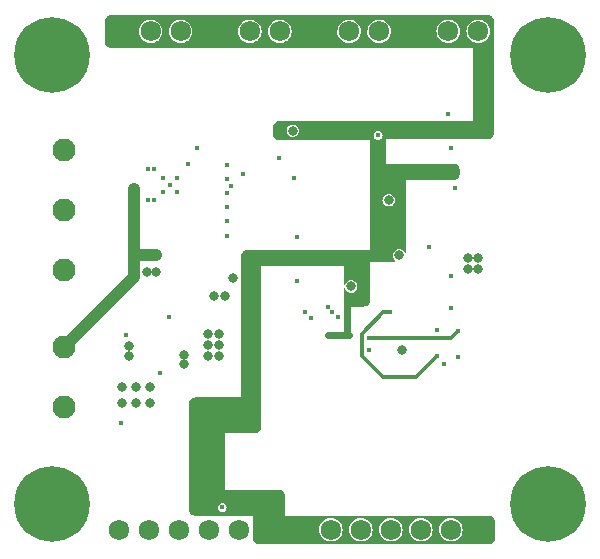
<source format=gbr>
%TF.GenerationSoftware,KiCad,Pcbnew,(6.0.7)*%
%TF.CreationDate,2022-10-13T18:06:46+02:00*%
%TF.ProjectId,TMC6300-dev,544d4336-3330-4302-9d64-65762e6b6963,rev?*%
%TF.SameCoordinates,Original*%
%TF.FileFunction,Copper,L3,Inr*%
%TF.FilePolarity,Positive*%
%FSLAX46Y46*%
G04 Gerber Fmt 4.6, Leading zero omitted, Abs format (unit mm)*
G04 Created by KiCad (PCBNEW (6.0.7)) date 2022-10-13 18:06:46*
%MOMM*%
%LPD*%
G01*
G04 APERTURE LIST*
%TA.AperFunction,ComponentPad*%
%ADD10C,0.800000*%
%TD*%
%TA.AperFunction,ComponentPad*%
%ADD11C,6.400000*%
%TD*%
%TA.AperFunction,ComponentPad*%
%ADD12R,1.725000X1.725000*%
%TD*%
%TA.AperFunction,ComponentPad*%
%ADD13C,1.725000*%
%TD*%
%TA.AperFunction,ComponentPad*%
%ADD14C,1.950000*%
%TD*%
%TA.AperFunction,ViaPad*%
%ADD15C,0.450000*%
%TD*%
%TA.AperFunction,ViaPad*%
%ADD16C,0.800000*%
%TD*%
%TA.AperFunction,Conductor*%
%ADD17C,1.000000*%
%TD*%
%TA.AperFunction,Conductor*%
%ADD18C,0.600000*%
%TD*%
%TA.AperFunction,Conductor*%
%ADD19C,0.300000*%
%TD*%
G04 APERTURE END LIST*
D10*
%TO.N,GND*%
%TO.C,H103*%
X176600000Y-119000000D03*
X179000000Y-121400000D03*
X177302944Y-120697056D03*
X180697056Y-117302944D03*
D11*
X179000000Y-119000000D03*
D10*
X177302944Y-117302944D03*
X179000000Y-116600000D03*
X180697056Y-120697056D03*
X181400000Y-119000000D03*
%TD*%
%TO.N,GND*%
%TO.C,H104*%
X179000000Y-78600000D03*
X177302944Y-82697056D03*
X177302944Y-79302944D03*
D11*
X179000000Y-81000000D03*
D10*
X180697056Y-82697056D03*
X181400000Y-81000000D03*
X176600000Y-81000000D03*
X179000000Y-83400000D03*
X180697056Y-79302944D03*
%TD*%
D12*
%TO.N,VDD*%
%TO.C,J104*%
X142800000Y-79000000D03*
D13*
%TO.N,GND*%
X145340000Y-79000000D03*
%TO.N,Net-(J104-Pad3)*%
X147880000Y-79000000D03*
%TD*%
D12*
%TO.N,VDD*%
%TO.C,J101*%
X168000000Y-79000000D03*
D13*
%TO.N,GND*%
X170540000Y-79000000D03*
%TO.N,Net-(J101-Pad3)*%
X173080000Y-79000000D03*
%TD*%
D14*
%TO.N,VM*%
%TO.C,J107*%
X138000000Y-105760000D03*
%TO.N,GND*%
X138000000Y-110840000D03*
%TD*%
D12*
%TO.N,VDD*%
%TO.C,J106*%
X155400000Y-121200000D03*
D13*
%TO.N,GND*%
X152860000Y-121200000D03*
%TO.N,NRST*%
X150320000Y-121200000D03*
%TO.N,SYS_SWO*%
X147780000Y-121200000D03*
%TO.N,SYS_SWCLK*%
X145240000Y-121200000D03*
%TO.N,SYS_SWDIO*%
X142700000Y-121200000D03*
%TD*%
D14*
%TO.N,BLDC_W*%
%TO.C,J105*%
X138000000Y-99180000D03*
%TO.N,BLDC_V*%
X138000000Y-94100000D03*
%TO.N,BLDC_U*%
X138000000Y-89020000D03*
%TD*%
D12*
%TO.N,VDD*%
%TO.C,J103*%
X151200000Y-79000000D03*
D13*
%TO.N,GND*%
X153740000Y-79000000D03*
%TO.N,Net-(J103-Pad3)*%
X156280000Y-79000000D03*
%TD*%
D11*
%TO.N,GND*%
%TO.C,H102*%
X137000000Y-119000000D03*
D10*
X137000000Y-121400000D03*
X138697056Y-117302944D03*
X135302944Y-120697056D03*
X139400000Y-119000000D03*
X135302944Y-117302944D03*
X138697056Y-120697056D03*
X134600000Y-119000000D03*
X137000000Y-116600000D03*
%TD*%
%TO.N,GND*%
%TO.C,H101*%
X138697056Y-79302944D03*
X135302944Y-79302944D03*
X134600000Y-81000000D03*
X135302944Y-82697056D03*
X139400000Y-81000000D03*
X137000000Y-78600000D03*
X138697056Y-82697056D03*
D11*
X137000000Y-81000000D03*
D10*
X137000000Y-83400000D03*
%TD*%
D12*
%TO.N,VDD*%
%TO.C,J102*%
X159600000Y-79000000D03*
D13*
%TO.N,GND*%
X162140000Y-79000000D03*
%TO.N,Net-(J102-Pad3)*%
X164680000Y-79000000D03*
%TD*%
D12*
%TO.N,VDD*%
%TO.C,J108*%
X173300000Y-121200000D03*
D13*
%TO.N,GND*%
X170760000Y-121200000D03*
%TO.N,PB9*%
X168220000Y-121200000D03*
%TO.N,PB8*%
X165680000Y-121200000D03*
%TO.N,PB5*%
X163140000Y-121200000D03*
%TO.N,PB4*%
X160600000Y-121200000D03*
%TD*%
D15*
%TO.N,GND*%
X147600000Y-92600000D03*
X147600000Y-91400000D03*
D16*
X150200000Y-106450000D03*
D15*
X151800000Y-91500000D03*
D16*
X143550000Y-106450000D03*
X144100000Y-109150000D03*
D15*
X170750000Y-99720000D03*
X170750000Y-102450000D03*
X151800000Y-95100000D03*
D16*
X151150000Y-104650000D03*
X148150000Y-107200000D03*
X173100000Y-99100000D03*
D15*
X160400000Y-102300000D03*
D16*
X162320000Y-100600000D03*
D15*
X170800000Y-88860000D03*
D16*
X148150000Y-106400000D03*
D15*
X148500000Y-90200000D03*
X151400000Y-119300000D03*
D16*
X143550000Y-105650000D03*
X145800000Y-99400000D03*
D15*
X146400000Y-91400000D03*
X151800000Y-92700000D03*
D16*
X172200000Y-99100000D03*
D15*
X171100000Y-92300000D03*
D16*
X172200000Y-98200000D03*
X157380000Y-87420000D03*
D15*
X168900000Y-97300000D03*
X171400000Y-106600000D03*
D16*
X166400000Y-97980000D03*
X151150000Y-105550000D03*
X145300000Y-109150000D03*
X165500000Y-93300000D03*
D15*
X151800000Y-96300000D03*
X142850000Y-112150000D03*
X146400000Y-92600000D03*
D16*
X150200000Y-105550000D03*
D15*
X149300000Y-88900000D03*
D16*
X142900000Y-109150000D03*
D15*
X151800000Y-90300000D03*
D16*
X151150000Y-106450000D03*
X145300000Y-110500000D03*
X152325000Y-99875000D03*
X142900000Y-110500000D03*
X173100000Y-98200000D03*
D15*
X164600000Y-87820000D03*
D16*
X166600000Y-105950000D03*
X144100000Y-110500000D03*
D15*
X147000000Y-92000000D03*
X151800000Y-93900000D03*
X169600000Y-104300000D03*
D16*
X145000000Y-99400000D03*
X150200000Y-104650000D03*
D15*
%TO.N,VM*%
X146150000Y-107900000D03*
D16*
X145000000Y-97900000D03*
X143950000Y-93150000D03*
X145800000Y-97900000D03*
X143950000Y-92350000D03*
D15*
X146900000Y-103200000D03*
%TO.N,BLDC_WL*%
X152150000Y-92100000D03*
X153150000Y-91100000D03*
%TO.N,BLDC_DIAG*%
X157500000Y-91400000D03*
X156200000Y-89700000D03*
D16*
%TO.N,BLDC_CURRENT_SENSE*%
X151600000Y-101400000D03*
D15*
X145600000Y-90700000D03*
X145100000Y-93300000D03*
D16*
X150700000Y-101400000D03*
D15*
X145100000Y-90700000D03*
X170500000Y-86000000D03*
X145600000Y-93300000D03*
%TO.N,VDD*%
X143230000Y-104730000D03*
X160400000Y-104700000D03*
D16*
X151050000Y-110600000D03*
D15*
X151400000Y-118300000D03*
D16*
X153875000Y-99900000D03*
X163280000Y-100600000D03*
X170800000Y-90900000D03*
D15*
X164620000Y-88780000D03*
D16*
X150100000Y-111500000D03*
X150100000Y-110600000D03*
D15*
X162100000Y-104700000D03*
D16*
X151000000Y-112450000D03*
X166400000Y-97020000D03*
X151050000Y-111500000D03*
X150100000Y-112450000D03*
X156420000Y-87420000D03*
X149150000Y-112450000D03*
D15*
%TO.N,NRST*%
X157700000Y-100100000D03*
X157700000Y-96400000D03*
%TO.N,3V3OUT*%
X169600000Y-106500000D03*
X167600000Y-108250000D03*
X165600000Y-108250000D03*
X165600000Y-102800000D03*
%TO.N,VBUS*%
X171400000Y-104400000D03*
X163850000Y-105000000D03*
%TO.N,RXD_LED*%
X163850000Y-106000000D03*
X170150000Y-107200000D03*
%TO.N,PB8*%
X160700000Y-102800000D03*
X158400000Y-102800000D03*
%TO.N,PB9*%
X158900000Y-103300000D03*
X161200000Y-103200000D03*
%TD*%
D17*
%TO.N,VM*%
X143950000Y-99810000D02*
X138000000Y-105760000D01*
X145000000Y-97900000D02*
X144100000Y-97900000D01*
X143950000Y-92350000D02*
X143950000Y-93150000D01*
X144100000Y-97900000D02*
X143950000Y-98050000D01*
X145800000Y-97900000D02*
X145000000Y-97900000D01*
X143950000Y-98050000D02*
X143950000Y-99810000D01*
X143950000Y-93150000D02*
X143950000Y-98050000D01*
D18*
%TO.N,VDD*%
X163280000Y-100810969D02*
X163280000Y-100600000D01*
X162472000Y-101428000D02*
X162662969Y-101428000D01*
X162000000Y-104600000D02*
X162000000Y-101900000D01*
X162662969Y-101428000D02*
X163280000Y-100810969D01*
X160400000Y-104700000D02*
X162100000Y-104700000D01*
X162000000Y-101900000D02*
X162472000Y-101428000D01*
X162100000Y-104700000D02*
X162000000Y-104600000D01*
D19*
%TO.N,3V3OUT*%
X167600000Y-108250000D02*
X167850000Y-108250000D01*
X163200000Y-106450000D02*
X163200000Y-104650000D01*
X165600000Y-108250000D02*
X165000000Y-108250000D01*
X165000000Y-108250000D02*
X163200000Y-106450000D01*
X165050000Y-102800000D02*
X165600000Y-102800000D01*
X167600000Y-108250000D02*
X165600000Y-108250000D01*
X163200000Y-104650000D02*
X165050000Y-102800000D01*
X167850000Y-108250000D02*
X169600000Y-106500000D01*
%TO.N,VBUS*%
X171400000Y-104400000D02*
X170800000Y-105000000D01*
X170800000Y-105000000D02*
X163850000Y-105000000D01*
%TD*%
%TA.AperFunction,Conductor*%
%TO.N,VDD*%
G36*
X151600000Y-117800000D02*
G01*
X156195871Y-117800000D01*
X156204094Y-117800539D01*
X156321188Y-117815955D01*
X156337074Y-117820212D01*
X156442336Y-117863813D01*
X156456579Y-117872036D01*
X156546973Y-117941398D01*
X156558602Y-117953027D01*
X156627964Y-118043421D01*
X156636187Y-118057664D01*
X156679788Y-118162926D01*
X156684045Y-118178812D01*
X156699461Y-118295906D01*
X156700000Y-118304129D01*
X156700000Y-120000000D01*
X173995871Y-120000000D01*
X174004094Y-120000539D01*
X174121188Y-120015955D01*
X174137074Y-120020212D01*
X174242336Y-120063813D01*
X174256579Y-120072036D01*
X174346973Y-120141398D01*
X174358602Y-120153027D01*
X174427964Y-120243421D01*
X174436187Y-120257664D01*
X174479788Y-120362926D01*
X174484045Y-120378812D01*
X174499461Y-120495906D01*
X174500000Y-120504129D01*
X174500000Y-121895871D01*
X174499461Y-121904094D01*
X174484045Y-122021188D01*
X174479788Y-122037074D01*
X174436187Y-122142336D01*
X174427964Y-122156579D01*
X174358602Y-122246973D01*
X174346973Y-122258602D01*
X174256579Y-122327964D01*
X174242336Y-122336187D01*
X174137074Y-122379788D01*
X174121188Y-122384045D01*
X174004094Y-122399461D01*
X173995871Y-122400000D01*
X154504129Y-122400000D01*
X154495906Y-122399461D01*
X154378812Y-122384045D01*
X154362926Y-122379788D01*
X154257664Y-122336187D01*
X154243421Y-122327964D01*
X154153027Y-122258602D01*
X154141398Y-122246973D01*
X154072036Y-122156579D01*
X154063813Y-122142336D01*
X154020212Y-122037074D01*
X154015955Y-122021188D01*
X154000539Y-121904094D01*
X154000000Y-121895871D01*
X154000000Y-121186097D01*
X159604302Y-121186097D01*
X159620564Y-121379760D01*
X159674133Y-121566577D01*
X159762968Y-121739430D01*
X159764880Y-121741842D01*
X159764883Y-121741847D01*
X159788249Y-121771327D01*
X159883685Y-121891737D01*
X160031686Y-122017696D01*
X160075472Y-122042167D01*
X160198644Y-122111006D01*
X160198647Y-122111007D01*
X160201334Y-122112509D01*
X160386168Y-122172565D01*
X160389219Y-122172929D01*
X160389220Y-122172929D01*
X160576090Y-122195213D01*
X160576094Y-122195213D01*
X160579146Y-122195577D01*
X160582214Y-122195341D01*
X160582218Y-122195341D01*
X160769843Y-122180904D01*
X160769847Y-122180903D01*
X160772918Y-122180667D01*
X160775886Y-122179838D01*
X160775888Y-122179838D01*
X160910202Y-122142336D01*
X160960104Y-122128403D01*
X160989687Y-122113460D01*
X161130824Y-122042167D01*
X161133574Y-122040778D01*
X161135997Y-122038885D01*
X161136000Y-122038883D01*
X161210147Y-121980953D01*
X161286720Y-121921127D01*
X161413709Y-121774008D01*
X161509704Y-121605026D01*
X161571049Y-121420617D01*
X161575835Y-121382730D01*
X161595187Y-121229547D01*
X161595187Y-121229544D01*
X161595407Y-121227804D01*
X161595795Y-121200000D01*
X161594432Y-121186097D01*
X162144302Y-121186097D01*
X162160564Y-121379760D01*
X162214133Y-121566577D01*
X162302968Y-121739430D01*
X162304880Y-121741842D01*
X162304883Y-121741847D01*
X162328249Y-121771327D01*
X162423685Y-121891737D01*
X162571686Y-122017696D01*
X162615472Y-122042167D01*
X162738644Y-122111006D01*
X162738647Y-122111007D01*
X162741334Y-122112509D01*
X162926168Y-122172565D01*
X162929219Y-122172929D01*
X162929220Y-122172929D01*
X163116090Y-122195213D01*
X163116094Y-122195213D01*
X163119146Y-122195577D01*
X163122214Y-122195341D01*
X163122218Y-122195341D01*
X163309843Y-122180904D01*
X163309847Y-122180903D01*
X163312918Y-122180667D01*
X163315886Y-122179838D01*
X163315888Y-122179838D01*
X163450202Y-122142336D01*
X163500104Y-122128403D01*
X163529687Y-122113460D01*
X163670824Y-122042167D01*
X163673574Y-122040778D01*
X163675997Y-122038885D01*
X163676000Y-122038883D01*
X163750147Y-121980953D01*
X163826720Y-121921127D01*
X163953709Y-121774008D01*
X164049704Y-121605026D01*
X164111049Y-121420617D01*
X164115835Y-121382730D01*
X164135187Y-121229547D01*
X164135187Y-121229544D01*
X164135407Y-121227804D01*
X164135795Y-121200000D01*
X164134432Y-121186097D01*
X164684302Y-121186097D01*
X164700564Y-121379760D01*
X164754133Y-121566577D01*
X164842968Y-121739430D01*
X164844880Y-121741842D01*
X164844883Y-121741847D01*
X164868249Y-121771327D01*
X164963685Y-121891737D01*
X165111686Y-122017696D01*
X165155472Y-122042167D01*
X165278644Y-122111006D01*
X165278647Y-122111007D01*
X165281334Y-122112509D01*
X165466168Y-122172565D01*
X165469219Y-122172929D01*
X165469220Y-122172929D01*
X165656090Y-122195213D01*
X165656094Y-122195213D01*
X165659146Y-122195577D01*
X165662214Y-122195341D01*
X165662218Y-122195341D01*
X165849843Y-122180904D01*
X165849847Y-122180903D01*
X165852918Y-122180667D01*
X165855886Y-122179838D01*
X165855888Y-122179838D01*
X165990202Y-122142336D01*
X166040104Y-122128403D01*
X166069687Y-122113460D01*
X166210824Y-122042167D01*
X166213574Y-122040778D01*
X166215997Y-122038885D01*
X166216000Y-122038883D01*
X166290147Y-121980953D01*
X166366720Y-121921127D01*
X166493709Y-121774008D01*
X166589704Y-121605026D01*
X166651049Y-121420617D01*
X166655835Y-121382730D01*
X166675187Y-121229547D01*
X166675187Y-121229544D01*
X166675407Y-121227804D01*
X166675795Y-121200000D01*
X166674432Y-121186097D01*
X167224302Y-121186097D01*
X167240564Y-121379760D01*
X167294133Y-121566577D01*
X167382968Y-121739430D01*
X167384880Y-121741842D01*
X167384883Y-121741847D01*
X167408249Y-121771327D01*
X167503685Y-121891737D01*
X167651686Y-122017696D01*
X167695472Y-122042167D01*
X167818644Y-122111006D01*
X167818647Y-122111007D01*
X167821334Y-122112509D01*
X168006168Y-122172565D01*
X168009219Y-122172929D01*
X168009220Y-122172929D01*
X168196090Y-122195213D01*
X168196094Y-122195213D01*
X168199146Y-122195577D01*
X168202214Y-122195341D01*
X168202218Y-122195341D01*
X168389843Y-122180904D01*
X168389847Y-122180903D01*
X168392918Y-122180667D01*
X168395886Y-122179838D01*
X168395888Y-122179838D01*
X168530202Y-122142336D01*
X168580104Y-122128403D01*
X168609687Y-122113460D01*
X168750824Y-122042167D01*
X168753574Y-122040778D01*
X168755997Y-122038885D01*
X168756000Y-122038883D01*
X168830147Y-121980953D01*
X168906720Y-121921127D01*
X169033709Y-121774008D01*
X169129704Y-121605026D01*
X169191049Y-121420617D01*
X169195835Y-121382730D01*
X169215187Y-121229547D01*
X169215187Y-121229544D01*
X169215407Y-121227804D01*
X169215795Y-121200000D01*
X169214432Y-121186097D01*
X169764302Y-121186097D01*
X169780564Y-121379760D01*
X169834133Y-121566577D01*
X169922968Y-121739430D01*
X169924880Y-121741842D01*
X169924883Y-121741847D01*
X169948249Y-121771327D01*
X170043685Y-121891737D01*
X170191686Y-122017696D01*
X170235472Y-122042167D01*
X170358644Y-122111006D01*
X170358647Y-122111007D01*
X170361334Y-122112509D01*
X170546168Y-122172565D01*
X170549219Y-122172929D01*
X170549220Y-122172929D01*
X170736090Y-122195213D01*
X170736094Y-122195213D01*
X170739146Y-122195577D01*
X170742214Y-122195341D01*
X170742218Y-122195341D01*
X170929843Y-122180904D01*
X170929847Y-122180903D01*
X170932918Y-122180667D01*
X170935886Y-122179838D01*
X170935888Y-122179838D01*
X171070202Y-122142336D01*
X171120104Y-122128403D01*
X171149687Y-122113460D01*
X171290824Y-122042167D01*
X171293574Y-122040778D01*
X171295997Y-122038885D01*
X171296000Y-122038883D01*
X171370147Y-121980953D01*
X171446720Y-121921127D01*
X171573709Y-121774008D01*
X171669704Y-121605026D01*
X171731049Y-121420617D01*
X171735835Y-121382730D01*
X171755187Y-121229547D01*
X171755187Y-121229544D01*
X171755407Y-121227804D01*
X171755795Y-121200000D01*
X171736830Y-121006582D01*
X171680658Y-120820532D01*
X171589419Y-120648935D01*
X171466587Y-120498329D01*
X171463658Y-120495906D01*
X171319219Y-120376416D01*
X171319217Y-120376415D01*
X171316841Y-120374449D01*
X171145886Y-120282013D01*
X171142944Y-120281102D01*
X171142941Y-120281101D01*
X170963178Y-120225456D01*
X170963179Y-120225456D01*
X170960232Y-120224544D01*
X170957167Y-120224222D01*
X170957163Y-120224221D01*
X170770010Y-120204550D01*
X170770006Y-120204550D01*
X170766952Y-120204229D01*
X170626110Y-120217047D01*
X170576471Y-120221564D01*
X170576469Y-120221564D01*
X170573407Y-120221843D01*
X170502888Y-120242598D01*
X170389924Y-120275845D01*
X170389921Y-120275846D01*
X170386969Y-120276715D01*
X170384239Y-120278142D01*
X170384237Y-120278143D01*
X170307963Y-120318018D01*
X170214739Y-120366754D01*
X170063279Y-120488532D01*
X170061302Y-120490888D01*
X170050192Y-120504129D01*
X169938356Y-120637409D01*
X169936871Y-120640110D01*
X169936869Y-120640113D01*
X169930524Y-120651655D01*
X169844730Y-120807715D01*
X169785966Y-120992963D01*
X169764302Y-121186097D01*
X169214432Y-121186097D01*
X169196830Y-121006582D01*
X169140658Y-120820532D01*
X169049419Y-120648935D01*
X168926587Y-120498329D01*
X168923658Y-120495906D01*
X168779219Y-120376416D01*
X168779217Y-120376415D01*
X168776841Y-120374449D01*
X168605886Y-120282013D01*
X168602944Y-120281102D01*
X168602941Y-120281101D01*
X168423178Y-120225456D01*
X168423179Y-120225456D01*
X168420232Y-120224544D01*
X168417167Y-120224222D01*
X168417163Y-120224221D01*
X168230010Y-120204550D01*
X168230006Y-120204550D01*
X168226952Y-120204229D01*
X168086110Y-120217047D01*
X168036471Y-120221564D01*
X168036469Y-120221564D01*
X168033407Y-120221843D01*
X167962888Y-120242598D01*
X167849924Y-120275845D01*
X167849921Y-120275846D01*
X167846969Y-120276715D01*
X167844239Y-120278142D01*
X167844237Y-120278143D01*
X167767963Y-120318018D01*
X167674739Y-120366754D01*
X167523279Y-120488532D01*
X167521302Y-120490888D01*
X167510192Y-120504129D01*
X167398356Y-120637409D01*
X167396871Y-120640110D01*
X167396869Y-120640113D01*
X167390524Y-120651655D01*
X167304730Y-120807715D01*
X167245966Y-120992963D01*
X167224302Y-121186097D01*
X166674432Y-121186097D01*
X166656830Y-121006582D01*
X166600658Y-120820532D01*
X166509419Y-120648935D01*
X166386587Y-120498329D01*
X166383658Y-120495906D01*
X166239219Y-120376416D01*
X166239217Y-120376415D01*
X166236841Y-120374449D01*
X166065886Y-120282013D01*
X166062944Y-120281102D01*
X166062941Y-120281101D01*
X165883178Y-120225456D01*
X165883179Y-120225456D01*
X165880232Y-120224544D01*
X165877167Y-120224222D01*
X165877163Y-120224221D01*
X165690010Y-120204550D01*
X165690006Y-120204550D01*
X165686952Y-120204229D01*
X165546110Y-120217047D01*
X165496471Y-120221564D01*
X165496469Y-120221564D01*
X165493407Y-120221843D01*
X165422888Y-120242598D01*
X165309924Y-120275845D01*
X165309921Y-120275846D01*
X165306969Y-120276715D01*
X165304239Y-120278142D01*
X165304237Y-120278143D01*
X165227963Y-120318018D01*
X165134739Y-120366754D01*
X164983279Y-120488532D01*
X164981302Y-120490888D01*
X164970192Y-120504129D01*
X164858356Y-120637409D01*
X164856871Y-120640110D01*
X164856869Y-120640113D01*
X164850524Y-120651655D01*
X164764730Y-120807715D01*
X164705966Y-120992963D01*
X164684302Y-121186097D01*
X164134432Y-121186097D01*
X164116830Y-121006582D01*
X164060658Y-120820532D01*
X163969419Y-120648935D01*
X163846587Y-120498329D01*
X163843658Y-120495906D01*
X163699219Y-120376416D01*
X163699217Y-120376415D01*
X163696841Y-120374449D01*
X163525886Y-120282013D01*
X163522944Y-120281102D01*
X163522941Y-120281101D01*
X163343178Y-120225456D01*
X163343179Y-120225456D01*
X163340232Y-120224544D01*
X163337167Y-120224222D01*
X163337163Y-120224221D01*
X163150010Y-120204550D01*
X163150006Y-120204550D01*
X163146952Y-120204229D01*
X163006110Y-120217047D01*
X162956471Y-120221564D01*
X162956469Y-120221564D01*
X162953407Y-120221843D01*
X162882888Y-120242598D01*
X162769924Y-120275845D01*
X162769921Y-120275846D01*
X162766969Y-120276715D01*
X162764239Y-120278142D01*
X162764237Y-120278143D01*
X162687963Y-120318018D01*
X162594739Y-120366754D01*
X162443279Y-120488532D01*
X162441302Y-120490888D01*
X162430192Y-120504129D01*
X162318356Y-120637409D01*
X162316871Y-120640110D01*
X162316869Y-120640113D01*
X162310524Y-120651655D01*
X162224730Y-120807715D01*
X162165966Y-120992963D01*
X162144302Y-121186097D01*
X161594432Y-121186097D01*
X161576830Y-121006582D01*
X161520658Y-120820532D01*
X161429419Y-120648935D01*
X161306587Y-120498329D01*
X161303658Y-120495906D01*
X161159219Y-120376416D01*
X161159217Y-120376415D01*
X161156841Y-120374449D01*
X160985886Y-120282013D01*
X160982944Y-120281102D01*
X160982941Y-120281101D01*
X160803178Y-120225456D01*
X160803179Y-120225456D01*
X160800232Y-120224544D01*
X160797167Y-120224222D01*
X160797163Y-120224221D01*
X160610010Y-120204550D01*
X160610006Y-120204550D01*
X160606952Y-120204229D01*
X160466110Y-120217047D01*
X160416471Y-120221564D01*
X160416469Y-120221564D01*
X160413407Y-120221843D01*
X160342888Y-120242598D01*
X160229924Y-120275845D01*
X160229921Y-120275846D01*
X160226969Y-120276715D01*
X160224239Y-120278142D01*
X160224237Y-120278143D01*
X160147963Y-120318018D01*
X160054739Y-120366754D01*
X159903279Y-120488532D01*
X159901302Y-120490888D01*
X159890192Y-120504129D01*
X159778356Y-120637409D01*
X159776871Y-120640110D01*
X159776869Y-120640113D01*
X159770524Y-120651655D01*
X159684730Y-120807715D01*
X159625966Y-120992963D01*
X159604302Y-121186097D01*
X154000000Y-121186097D01*
X154000000Y-120000000D01*
X149104129Y-120000000D01*
X149095906Y-119999461D01*
X148978812Y-119984045D01*
X148962926Y-119979788D01*
X148857664Y-119936187D01*
X148843421Y-119927964D01*
X148753027Y-119858602D01*
X148741398Y-119846973D01*
X148672036Y-119756579D01*
X148663813Y-119742336D01*
X148620212Y-119637074D01*
X148615955Y-119621188D01*
X148600539Y-119504094D01*
X148600000Y-119495871D01*
X148600000Y-119300000D01*
X151024882Y-119300000D01*
X151043242Y-119415918D01*
X151096523Y-119520489D01*
X151179511Y-119603477D01*
X151284082Y-119656758D01*
X151400000Y-119675118D01*
X151515918Y-119656758D01*
X151620489Y-119603477D01*
X151703477Y-119520489D01*
X151756758Y-119415918D01*
X151775118Y-119300000D01*
X151756758Y-119184082D01*
X151703477Y-119079511D01*
X151620489Y-118996523D01*
X151515918Y-118943242D01*
X151400000Y-118924882D01*
X151284082Y-118943242D01*
X151179511Y-118996523D01*
X151096523Y-119079511D01*
X151043242Y-119184082D01*
X151024882Y-119300000D01*
X148600000Y-119300000D01*
X148600000Y-110504129D01*
X148600539Y-110495906D01*
X148615955Y-110378812D01*
X148620212Y-110362926D01*
X148663813Y-110257664D01*
X148672036Y-110243421D01*
X148741398Y-110153027D01*
X148753027Y-110141398D01*
X148843421Y-110072036D01*
X148857664Y-110063813D01*
X148962926Y-110020212D01*
X148978812Y-110015955D01*
X149095906Y-110000539D01*
X149104129Y-110000000D01*
X151600000Y-110000000D01*
X151600000Y-117800000D01*
G37*
%TD.AperFunction*%
%TD*%
%TA.AperFunction,Conductor*%
%TO.N,VDD*%
G36*
X165300000Y-90200000D02*
G01*
X170995871Y-90200000D01*
X171004094Y-90200539D01*
X171121188Y-90215955D01*
X171137074Y-90220212D01*
X171242336Y-90263813D01*
X171256579Y-90272036D01*
X171346973Y-90341398D01*
X171358602Y-90353027D01*
X171427964Y-90443421D01*
X171436187Y-90457664D01*
X171479788Y-90562926D01*
X171484045Y-90578812D01*
X171499461Y-90695906D01*
X171500000Y-90704129D01*
X171500000Y-91095871D01*
X171499461Y-91104094D01*
X171484045Y-91221188D01*
X171479788Y-91237074D01*
X171436187Y-91342336D01*
X171427964Y-91356579D01*
X171358602Y-91446973D01*
X171346973Y-91458602D01*
X171256579Y-91527964D01*
X171242336Y-91536187D01*
X171137074Y-91579788D01*
X171121188Y-91584045D01*
X171004094Y-91599461D01*
X170995871Y-91600000D01*
X167000000Y-91600000D01*
X167000000Y-97730768D01*
X166981548Y-97775316D01*
X166937000Y-97793768D01*
X166892452Y-97775316D01*
X166878795Y-97754877D01*
X166863222Y-97717280D01*
X166861644Y-97713470D01*
X166806341Y-97641398D01*
X166779446Y-97606349D01*
X166776930Y-97603070D01*
X166666530Y-97518356D01*
X166537966Y-97465104D01*
X166533874Y-97464565D01*
X166533873Y-97464565D01*
X166404094Y-97447479D01*
X166400000Y-97446940D01*
X166395906Y-97447479D01*
X166266127Y-97464565D01*
X166266126Y-97464565D01*
X166262034Y-97465104D01*
X166133470Y-97518356D01*
X166023070Y-97603070D01*
X166020554Y-97606349D01*
X165993660Y-97641398D01*
X165938356Y-97713470D01*
X165885104Y-97842034D01*
X165866940Y-97980000D01*
X165885104Y-98117966D01*
X165938356Y-98246530D01*
X166023070Y-98356930D01*
X166026349Y-98359446D01*
X166062282Y-98387019D01*
X166086391Y-98428777D01*
X166073911Y-98475352D01*
X166032153Y-98499461D01*
X166023930Y-98500000D01*
X163900000Y-98500000D01*
X163900000Y-101795871D01*
X163899461Y-101804094D01*
X163884045Y-101921188D01*
X163879788Y-101937074D01*
X163836187Y-102042336D01*
X163827964Y-102056579D01*
X163758602Y-102146973D01*
X163746973Y-102158602D01*
X163656579Y-102227964D01*
X163642336Y-102236187D01*
X163537074Y-102279788D01*
X163521188Y-102284045D01*
X163404094Y-102299461D01*
X163395871Y-102300000D01*
X162204129Y-102300000D01*
X162195906Y-102299461D01*
X162078812Y-102284045D01*
X162062926Y-102279788D01*
X161957664Y-102236187D01*
X161943421Y-102227964D01*
X161853027Y-102158602D01*
X161841398Y-102146973D01*
X161772036Y-102056579D01*
X161763813Y-102042336D01*
X161720212Y-101937074D01*
X161715955Y-101921188D01*
X161700539Y-101804094D01*
X161700000Y-101795871D01*
X161700000Y-100800947D01*
X161718452Y-100756399D01*
X161763000Y-100737947D01*
X161807548Y-100756399D01*
X161821205Y-100776838D01*
X161858356Y-100866530D01*
X161860867Y-100869803D01*
X161860868Y-100869804D01*
X161913471Y-100938356D01*
X161943070Y-100976930D01*
X162053470Y-101061644D01*
X162182034Y-101114896D01*
X162186126Y-101115435D01*
X162186127Y-101115435D01*
X162315906Y-101132521D01*
X162320000Y-101133060D01*
X162324094Y-101132521D01*
X162453873Y-101115435D01*
X162453874Y-101115435D01*
X162457966Y-101114896D01*
X162586530Y-101061644D01*
X162696930Y-100976930D01*
X162726529Y-100938356D01*
X162779132Y-100869804D01*
X162779133Y-100869803D01*
X162781644Y-100866530D01*
X162834896Y-100737966D01*
X162853060Y-100600000D01*
X162834896Y-100462034D01*
X162781644Y-100333470D01*
X162696930Y-100223070D01*
X162665343Y-100198832D01*
X162589804Y-100140868D01*
X162589803Y-100140867D01*
X162586530Y-100138356D01*
X162457966Y-100085104D01*
X162453874Y-100084565D01*
X162453873Y-100084565D01*
X162324094Y-100067479D01*
X162320000Y-100066940D01*
X162315906Y-100067479D01*
X162186127Y-100084565D01*
X162186126Y-100084565D01*
X162182034Y-100085104D01*
X162053470Y-100138356D01*
X162050197Y-100140867D01*
X162050196Y-100140868D01*
X161974657Y-100198832D01*
X161943070Y-100223070D01*
X161858356Y-100333470D01*
X161856778Y-100337280D01*
X161821205Y-100423162D01*
X161787109Y-100457257D01*
X161738891Y-100457258D01*
X161704796Y-100423162D01*
X161700000Y-100399053D01*
X161700000Y-98900000D01*
X154700000Y-98900000D01*
X154700000Y-112495871D01*
X154699461Y-112504094D01*
X154684045Y-112621188D01*
X154679788Y-112637074D01*
X154636187Y-112742336D01*
X154627964Y-112756579D01*
X154558602Y-112846973D01*
X154546973Y-112858602D01*
X154456579Y-112927964D01*
X154442336Y-112936187D01*
X154337074Y-112979788D01*
X154321188Y-112984045D01*
X154204094Y-112999461D01*
X154195871Y-113000000D01*
X151600000Y-113000000D01*
X151600000Y-110000000D01*
X153000000Y-110000000D01*
X153000000Y-98004129D01*
X153000539Y-97995906D01*
X153015955Y-97878812D01*
X153020212Y-97862926D01*
X153063813Y-97757664D01*
X153072036Y-97743421D01*
X153141398Y-97653027D01*
X153153027Y-97641398D01*
X153243421Y-97572036D01*
X153257664Y-97563813D01*
X153362926Y-97520212D01*
X153378812Y-97515955D01*
X153495906Y-97500539D01*
X153504129Y-97500000D01*
X163900000Y-97500000D01*
X163900000Y-93300000D01*
X164966940Y-93300000D01*
X164985104Y-93437966D01*
X165038356Y-93566530D01*
X165123070Y-93676930D01*
X165233470Y-93761644D01*
X165362034Y-93814896D01*
X165366126Y-93815435D01*
X165366127Y-93815435D01*
X165495906Y-93832521D01*
X165500000Y-93833060D01*
X165504094Y-93832521D01*
X165633873Y-93815435D01*
X165633874Y-93815435D01*
X165637966Y-93814896D01*
X165766530Y-93761644D01*
X165876930Y-93676930D01*
X165961644Y-93566530D01*
X166014896Y-93437966D01*
X166033060Y-93300000D01*
X166014896Y-93162034D01*
X165961644Y-93033470D01*
X165876930Y-92923070D01*
X165766530Y-92838356D01*
X165637966Y-92785104D01*
X165633874Y-92784565D01*
X165633873Y-92784565D01*
X165504094Y-92767479D01*
X165500000Y-92766940D01*
X165495906Y-92767479D01*
X165366127Y-92784565D01*
X165366126Y-92784565D01*
X165362034Y-92785104D01*
X165233470Y-92838356D01*
X165123070Y-92923070D01*
X165038356Y-93033470D01*
X164985104Y-93162034D01*
X164966940Y-93300000D01*
X163900000Y-93300000D01*
X163900000Y-88200000D01*
X156204129Y-88200000D01*
X156195906Y-88199461D01*
X156078812Y-88184045D01*
X156062926Y-88179788D01*
X155957664Y-88136187D01*
X155943421Y-88127964D01*
X155853027Y-88058602D01*
X155841398Y-88046973D01*
X155772036Y-87956579D01*
X155763813Y-87942336D01*
X155720212Y-87837074D01*
X155715955Y-87821188D01*
X155700539Y-87704094D01*
X155700000Y-87695871D01*
X155700000Y-87420000D01*
X156846940Y-87420000D01*
X156865104Y-87557966D01*
X156918356Y-87686530D01*
X156920867Y-87689803D01*
X156920868Y-87689804D01*
X156935581Y-87708978D01*
X157003070Y-87796930D01*
X157113470Y-87881644D01*
X157242034Y-87934896D01*
X157246126Y-87935435D01*
X157246127Y-87935435D01*
X157375906Y-87952521D01*
X157380000Y-87953060D01*
X157384094Y-87952521D01*
X157513873Y-87935435D01*
X157513874Y-87935435D01*
X157517966Y-87934896D01*
X157646530Y-87881644D01*
X157726865Y-87820000D01*
X164224882Y-87820000D01*
X164243242Y-87935918D01*
X164296523Y-88040489D01*
X164379511Y-88123477D01*
X164484082Y-88176758D01*
X164600000Y-88195118D01*
X164715918Y-88176758D01*
X164820489Y-88123477D01*
X164903477Y-88040489D01*
X164956758Y-87935918D01*
X164975118Y-87820000D01*
X164956758Y-87704082D01*
X164903477Y-87599511D01*
X164820489Y-87516523D01*
X164715918Y-87463242D01*
X164600000Y-87444882D01*
X164484082Y-87463242D01*
X164379511Y-87516523D01*
X164296523Y-87599511D01*
X164243242Y-87704082D01*
X164224882Y-87820000D01*
X157726865Y-87820000D01*
X157756930Y-87796930D01*
X157824419Y-87708978D01*
X157839132Y-87689804D01*
X157839133Y-87689803D01*
X157841644Y-87686530D01*
X157894896Y-87557966D01*
X157913060Y-87420000D01*
X157894896Y-87282034D01*
X157841644Y-87153470D01*
X157756930Y-87043070D01*
X157725343Y-87018832D01*
X157649804Y-86960868D01*
X157649803Y-86960867D01*
X157646530Y-86958356D01*
X157517966Y-86905104D01*
X157513874Y-86904565D01*
X157513873Y-86904565D01*
X157384094Y-86887479D01*
X157380000Y-86886940D01*
X157375906Y-86887479D01*
X157246127Y-86904565D01*
X157246126Y-86904565D01*
X157242034Y-86905104D01*
X157113470Y-86958356D01*
X157110197Y-86960867D01*
X157110196Y-86960868D01*
X157034657Y-87018832D01*
X157003070Y-87043070D01*
X156918356Y-87153470D01*
X156865104Y-87282034D01*
X156846940Y-87420000D01*
X155700000Y-87420000D01*
X155700000Y-87104129D01*
X155700539Y-87095906D01*
X155715955Y-86978812D01*
X155720212Y-86962926D01*
X155763813Y-86857664D01*
X155772036Y-86843421D01*
X155841398Y-86753027D01*
X155853027Y-86741398D01*
X155943421Y-86672036D01*
X155957664Y-86663813D01*
X156062926Y-86620212D01*
X156078812Y-86615955D01*
X156195906Y-86600539D01*
X156204129Y-86600000D01*
X165300000Y-86600000D01*
X165300000Y-90200000D01*
G37*
%TD.AperFunction*%
%TD*%
%TA.AperFunction,Conductor*%
%TO.N,VDD*%
G36*
X173904094Y-77600539D02*
G01*
X174021188Y-77615955D01*
X174037074Y-77620212D01*
X174142336Y-77663813D01*
X174156579Y-77672036D01*
X174246973Y-77741398D01*
X174258602Y-77753027D01*
X174327964Y-77843421D01*
X174336187Y-77857664D01*
X174379788Y-77962926D01*
X174384045Y-77978812D01*
X174399461Y-78095906D01*
X174400000Y-78104129D01*
X174400000Y-87595871D01*
X174399461Y-87604094D01*
X174384045Y-87721188D01*
X174379788Y-87737074D01*
X174336187Y-87842336D01*
X174327964Y-87856579D01*
X174258602Y-87946973D01*
X174246973Y-87958602D01*
X174156579Y-88027964D01*
X174142336Y-88036187D01*
X174037074Y-88079788D01*
X174021188Y-88084045D01*
X173904094Y-88099461D01*
X173895871Y-88100000D01*
X165300000Y-88100000D01*
X165300000Y-86600000D01*
X172600000Y-86600000D01*
X172600000Y-80400000D01*
X142004129Y-80400000D01*
X141995906Y-80399461D01*
X141878812Y-80384045D01*
X141862926Y-80379788D01*
X141757664Y-80336187D01*
X141743421Y-80327964D01*
X141653027Y-80258602D01*
X141641398Y-80246973D01*
X141572036Y-80156579D01*
X141563813Y-80142336D01*
X141520212Y-80037074D01*
X141515955Y-80021188D01*
X141500539Y-79904094D01*
X141500000Y-79895871D01*
X141500000Y-78986097D01*
X144344302Y-78986097D01*
X144360564Y-79179760D01*
X144414133Y-79366577D01*
X144502968Y-79539430D01*
X144504880Y-79541842D01*
X144504883Y-79541847D01*
X144528249Y-79571327D01*
X144623685Y-79691737D01*
X144771686Y-79817696D01*
X144815472Y-79842167D01*
X144938644Y-79911006D01*
X144938647Y-79911007D01*
X144941334Y-79912509D01*
X145126168Y-79972565D01*
X145129219Y-79972929D01*
X145129220Y-79972929D01*
X145316090Y-79995213D01*
X145316094Y-79995213D01*
X145319146Y-79995577D01*
X145322214Y-79995341D01*
X145322218Y-79995341D01*
X145509843Y-79980904D01*
X145509847Y-79980903D01*
X145512918Y-79980667D01*
X145515886Y-79979838D01*
X145515888Y-79979838D01*
X145606511Y-79954535D01*
X145700104Y-79928403D01*
X145729687Y-79913460D01*
X145870824Y-79842167D01*
X145873574Y-79840778D01*
X145875997Y-79838885D01*
X145876000Y-79838883D01*
X145950147Y-79780952D01*
X146026720Y-79721127D01*
X146153709Y-79574008D01*
X146249704Y-79405026D01*
X146311049Y-79220617D01*
X146315835Y-79182730D01*
X146335187Y-79029547D01*
X146335187Y-79029544D01*
X146335407Y-79027804D01*
X146335795Y-79000000D01*
X146334432Y-78986097D01*
X146884302Y-78986097D01*
X146900564Y-79179760D01*
X146954133Y-79366577D01*
X147042968Y-79539430D01*
X147044880Y-79541842D01*
X147044883Y-79541847D01*
X147068249Y-79571327D01*
X147163685Y-79691737D01*
X147311686Y-79817696D01*
X147355472Y-79842167D01*
X147478644Y-79911006D01*
X147478647Y-79911007D01*
X147481334Y-79912509D01*
X147666168Y-79972565D01*
X147669219Y-79972929D01*
X147669220Y-79972929D01*
X147856090Y-79995213D01*
X147856094Y-79995213D01*
X147859146Y-79995577D01*
X147862214Y-79995341D01*
X147862218Y-79995341D01*
X148049843Y-79980904D01*
X148049847Y-79980903D01*
X148052918Y-79980667D01*
X148055886Y-79979838D01*
X148055888Y-79979838D01*
X148146511Y-79954535D01*
X148240104Y-79928403D01*
X148269687Y-79913460D01*
X148410824Y-79842167D01*
X148413574Y-79840778D01*
X148415997Y-79838885D01*
X148416000Y-79838883D01*
X148490147Y-79780952D01*
X148566720Y-79721127D01*
X148693709Y-79574008D01*
X148789704Y-79405026D01*
X148851049Y-79220617D01*
X148855835Y-79182730D01*
X148875187Y-79029547D01*
X148875187Y-79029544D01*
X148875407Y-79027804D01*
X148875795Y-79000000D01*
X148874432Y-78986097D01*
X152744302Y-78986097D01*
X152760564Y-79179760D01*
X152814133Y-79366577D01*
X152902968Y-79539430D01*
X152904880Y-79541842D01*
X152904883Y-79541847D01*
X152928249Y-79571327D01*
X153023685Y-79691737D01*
X153171686Y-79817696D01*
X153215472Y-79842167D01*
X153338644Y-79911006D01*
X153338647Y-79911007D01*
X153341334Y-79912509D01*
X153526168Y-79972565D01*
X153529219Y-79972929D01*
X153529220Y-79972929D01*
X153716090Y-79995213D01*
X153716094Y-79995213D01*
X153719146Y-79995577D01*
X153722214Y-79995341D01*
X153722218Y-79995341D01*
X153909843Y-79980904D01*
X153909847Y-79980903D01*
X153912918Y-79980667D01*
X153915886Y-79979838D01*
X153915888Y-79979838D01*
X154006511Y-79954535D01*
X154100104Y-79928403D01*
X154129687Y-79913460D01*
X154270824Y-79842167D01*
X154273574Y-79840778D01*
X154275997Y-79838885D01*
X154276000Y-79838883D01*
X154350147Y-79780952D01*
X154426720Y-79721127D01*
X154553709Y-79574008D01*
X154649704Y-79405026D01*
X154711049Y-79220617D01*
X154715835Y-79182730D01*
X154735187Y-79029547D01*
X154735187Y-79029544D01*
X154735407Y-79027804D01*
X154735795Y-79000000D01*
X154734432Y-78986097D01*
X155284302Y-78986097D01*
X155300564Y-79179760D01*
X155354133Y-79366577D01*
X155442968Y-79539430D01*
X155444880Y-79541842D01*
X155444883Y-79541847D01*
X155468249Y-79571327D01*
X155563685Y-79691737D01*
X155711686Y-79817696D01*
X155755472Y-79842167D01*
X155878644Y-79911006D01*
X155878647Y-79911007D01*
X155881334Y-79912509D01*
X156066168Y-79972565D01*
X156069219Y-79972929D01*
X156069220Y-79972929D01*
X156256090Y-79995213D01*
X156256094Y-79995213D01*
X156259146Y-79995577D01*
X156262214Y-79995341D01*
X156262218Y-79995341D01*
X156449843Y-79980904D01*
X156449847Y-79980903D01*
X156452918Y-79980667D01*
X156455886Y-79979838D01*
X156455888Y-79979838D01*
X156546511Y-79954535D01*
X156640104Y-79928403D01*
X156669687Y-79913460D01*
X156810824Y-79842167D01*
X156813574Y-79840778D01*
X156815997Y-79838885D01*
X156816000Y-79838883D01*
X156890147Y-79780952D01*
X156966720Y-79721127D01*
X157093709Y-79574008D01*
X157189704Y-79405026D01*
X157251049Y-79220617D01*
X157255835Y-79182730D01*
X157275187Y-79029547D01*
X157275187Y-79029544D01*
X157275407Y-79027804D01*
X157275795Y-79000000D01*
X157274432Y-78986097D01*
X161144302Y-78986097D01*
X161160564Y-79179760D01*
X161214133Y-79366577D01*
X161302968Y-79539430D01*
X161304880Y-79541842D01*
X161304883Y-79541847D01*
X161328249Y-79571327D01*
X161423685Y-79691737D01*
X161571686Y-79817696D01*
X161615472Y-79842167D01*
X161738644Y-79911006D01*
X161738647Y-79911007D01*
X161741334Y-79912509D01*
X161926168Y-79972565D01*
X161929219Y-79972929D01*
X161929220Y-79972929D01*
X162116090Y-79995213D01*
X162116094Y-79995213D01*
X162119146Y-79995577D01*
X162122214Y-79995341D01*
X162122218Y-79995341D01*
X162309843Y-79980904D01*
X162309847Y-79980903D01*
X162312918Y-79980667D01*
X162315886Y-79979838D01*
X162315888Y-79979838D01*
X162406511Y-79954535D01*
X162500104Y-79928403D01*
X162529687Y-79913460D01*
X162670824Y-79842167D01*
X162673574Y-79840778D01*
X162675997Y-79838885D01*
X162676000Y-79838883D01*
X162750147Y-79780952D01*
X162826720Y-79721127D01*
X162953709Y-79574008D01*
X163049704Y-79405026D01*
X163111049Y-79220617D01*
X163115835Y-79182730D01*
X163135187Y-79029547D01*
X163135187Y-79029544D01*
X163135407Y-79027804D01*
X163135795Y-79000000D01*
X163134432Y-78986097D01*
X163684302Y-78986097D01*
X163700564Y-79179760D01*
X163754133Y-79366577D01*
X163842968Y-79539430D01*
X163844880Y-79541842D01*
X163844883Y-79541847D01*
X163868249Y-79571327D01*
X163963685Y-79691737D01*
X164111686Y-79817696D01*
X164155472Y-79842167D01*
X164278644Y-79911006D01*
X164278647Y-79911007D01*
X164281334Y-79912509D01*
X164466168Y-79972565D01*
X164469219Y-79972929D01*
X164469220Y-79972929D01*
X164656090Y-79995213D01*
X164656094Y-79995213D01*
X164659146Y-79995577D01*
X164662214Y-79995341D01*
X164662218Y-79995341D01*
X164849843Y-79980904D01*
X164849847Y-79980903D01*
X164852918Y-79980667D01*
X164855886Y-79979838D01*
X164855888Y-79979838D01*
X164946511Y-79954535D01*
X165040104Y-79928403D01*
X165069687Y-79913460D01*
X165210824Y-79842167D01*
X165213574Y-79840778D01*
X165215997Y-79838885D01*
X165216000Y-79838883D01*
X165290147Y-79780952D01*
X165366720Y-79721127D01*
X165493709Y-79574008D01*
X165589704Y-79405026D01*
X165651049Y-79220617D01*
X165655835Y-79182730D01*
X165675187Y-79029547D01*
X165675187Y-79029544D01*
X165675407Y-79027804D01*
X165675795Y-79000000D01*
X165674432Y-78986097D01*
X169544302Y-78986097D01*
X169560564Y-79179760D01*
X169614133Y-79366577D01*
X169702968Y-79539430D01*
X169704880Y-79541842D01*
X169704883Y-79541847D01*
X169728249Y-79571327D01*
X169823685Y-79691737D01*
X169971686Y-79817696D01*
X170015472Y-79842167D01*
X170138644Y-79911006D01*
X170138647Y-79911007D01*
X170141334Y-79912509D01*
X170326168Y-79972565D01*
X170329219Y-79972929D01*
X170329220Y-79972929D01*
X170516090Y-79995213D01*
X170516094Y-79995213D01*
X170519146Y-79995577D01*
X170522214Y-79995341D01*
X170522218Y-79995341D01*
X170709843Y-79980904D01*
X170709847Y-79980903D01*
X170712918Y-79980667D01*
X170715886Y-79979838D01*
X170715888Y-79979838D01*
X170806511Y-79954535D01*
X170900104Y-79928403D01*
X170929687Y-79913460D01*
X171070824Y-79842167D01*
X171073574Y-79840778D01*
X171075997Y-79838885D01*
X171076000Y-79838883D01*
X171150147Y-79780953D01*
X171226720Y-79721127D01*
X171353709Y-79574008D01*
X171449704Y-79405026D01*
X171511049Y-79220617D01*
X171515835Y-79182730D01*
X171535187Y-79029547D01*
X171535187Y-79029544D01*
X171535407Y-79027804D01*
X171535795Y-79000000D01*
X171534432Y-78986097D01*
X172084302Y-78986097D01*
X172100564Y-79179760D01*
X172154133Y-79366577D01*
X172242968Y-79539430D01*
X172244880Y-79541842D01*
X172244883Y-79541847D01*
X172268249Y-79571327D01*
X172363685Y-79691737D01*
X172511686Y-79817696D01*
X172555472Y-79842167D01*
X172678644Y-79911006D01*
X172678647Y-79911007D01*
X172681334Y-79912509D01*
X172866168Y-79972565D01*
X172869219Y-79972929D01*
X172869220Y-79972929D01*
X173056090Y-79995213D01*
X173056094Y-79995213D01*
X173059146Y-79995577D01*
X173062214Y-79995341D01*
X173062218Y-79995341D01*
X173249843Y-79980904D01*
X173249847Y-79980903D01*
X173252918Y-79980667D01*
X173255886Y-79979838D01*
X173255888Y-79979838D01*
X173346511Y-79954535D01*
X173440104Y-79928403D01*
X173469687Y-79913460D01*
X173610824Y-79842167D01*
X173613574Y-79840778D01*
X173615997Y-79838885D01*
X173616000Y-79838883D01*
X173690147Y-79780953D01*
X173766720Y-79721127D01*
X173893709Y-79574008D01*
X173989704Y-79405026D01*
X174051049Y-79220617D01*
X174055835Y-79182730D01*
X174075187Y-79029547D01*
X174075187Y-79029544D01*
X174075407Y-79027804D01*
X174075795Y-79000000D01*
X174056830Y-78806582D01*
X174000658Y-78620532D01*
X173909419Y-78448935D01*
X173786587Y-78298329D01*
X173784212Y-78296364D01*
X173639219Y-78176416D01*
X173639217Y-78176415D01*
X173636841Y-78174449D01*
X173465886Y-78082013D01*
X173462944Y-78081102D01*
X173462941Y-78081101D01*
X173283178Y-78025456D01*
X173283179Y-78025456D01*
X173280232Y-78024544D01*
X173277167Y-78024222D01*
X173277163Y-78024221D01*
X173090010Y-78004550D01*
X173090006Y-78004550D01*
X173086952Y-78004229D01*
X172946110Y-78017047D01*
X172896471Y-78021564D01*
X172896469Y-78021564D01*
X172893407Y-78021843D01*
X172822889Y-78042598D01*
X172709924Y-78075845D01*
X172709921Y-78075846D01*
X172706969Y-78076715D01*
X172704239Y-78078142D01*
X172704237Y-78078143D01*
X172654530Y-78104129D01*
X172534739Y-78166754D01*
X172383279Y-78288532D01*
X172258356Y-78437409D01*
X172256871Y-78440110D01*
X172256869Y-78440113D01*
X172250524Y-78451655D01*
X172164730Y-78607715D01*
X172105966Y-78792963D01*
X172084302Y-78986097D01*
X171534432Y-78986097D01*
X171516830Y-78806582D01*
X171460658Y-78620532D01*
X171369419Y-78448935D01*
X171246587Y-78298329D01*
X171244212Y-78296364D01*
X171099219Y-78176416D01*
X171099217Y-78176415D01*
X171096841Y-78174449D01*
X170925886Y-78082013D01*
X170922944Y-78081102D01*
X170922941Y-78081101D01*
X170743178Y-78025456D01*
X170743179Y-78025456D01*
X170740232Y-78024544D01*
X170737167Y-78024222D01*
X170737163Y-78024221D01*
X170550010Y-78004550D01*
X170550006Y-78004550D01*
X170546952Y-78004229D01*
X170406110Y-78017047D01*
X170356471Y-78021564D01*
X170356469Y-78021564D01*
X170353407Y-78021843D01*
X170282889Y-78042598D01*
X170169924Y-78075845D01*
X170169921Y-78075846D01*
X170166969Y-78076715D01*
X170164239Y-78078142D01*
X170164237Y-78078143D01*
X170114530Y-78104129D01*
X169994739Y-78166754D01*
X169843279Y-78288532D01*
X169718356Y-78437409D01*
X169716871Y-78440110D01*
X169716869Y-78440113D01*
X169710524Y-78451655D01*
X169624730Y-78607715D01*
X169565966Y-78792963D01*
X169544302Y-78986097D01*
X165674432Y-78986097D01*
X165656830Y-78806582D01*
X165600658Y-78620532D01*
X165509419Y-78448935D01*
X165386587Y-78298329D01*
X165384212Y-78296364D01*
X165239219Y-78176416D01*
X165239217Y-78176415D01*
X165236841Y-78174449D01*
X165065886Y-78082013D01*
X165062944Y-78081102D01*
X165062941Y-78081101D01*
X164883178Y-78025456D01*
X164883179Y-78025456D01*
X164880232Y-78024544D01*
X164877167Y-78024222D01*
X164877163Y-78024221D01*
X164690010Y-78004550D01*
X164690006Y-78004550D01*
X164686952Y-78004229D01*
X164546110Y-78017047D01*
X164496471Y-78021564D01*
X164496469Y-78021564D01*
X164493407Y-78021843D01*
X164422889Y-78042598D01*
X164309924Y-78075845D01*
X164309921Y-78075846D01*
X164306969Y-78076715D01*
X164304239Y-78078142D01*
X164304237Y-78078143D01*
X164254530Y-78104129D01*
X164134739Y-78166754D01*
X163983279Y-78288532D01*
X163858356Y-78437409D01*
X163856871Y-78440110D01*
X163856869Y-78440113D01*
X163850524Y-78451655D01*
X163764730Y-78607715D01*
X163705966Y-78792963D01*
X163684302Y-78986097D01*
X163134432Y-78986097D01*
X163116830Y-78806582D01*
X163060658Y-78620532D01*
X162969419Y-78448935D01*
X162846587Y-78298329D01*
X162844212Y-78296364D01*
X162699219Y-78176416D01*
X162699217Y-78176415D01*
X162696841Y-78174449D01*
X162525886Y-78082013D01*
X162522944Y-78081102D01*
X162522941Y-78081101D01*
X162343178Y-78025456D01*
X162343179Y-78025456D01*
X162340232Y-78024544D01*
X162337167Y-78024222D01*
X162337163Y-78024221D01*
X162150010Y-78004550D01*
X162150006Y-78004550D01*
X162146952Y-78004229D01*
X162006110Y-78017047D01*
X161956471Y-78021564D01*
X161956469Y-78021564D01*
X161953407Y-78021843D01*
X161882889Y-78042598D01*
X161769924Y-78075845D01*
X161769921Y-78075846D01*
X161766969Y-78076715D01*
X161764239Y-78078142D01*
X161764237Y-78078143D01*
X161714530Y-78104129D01*
X161594739Y-78166754D01*
X161443279Y-78288532D01*
X161318356Y-78437409D01*
X161316871Y-78440110D01*
X161316869Y-78440113D01*
X161310524Y-78451655D01*
X161224730Y-78607715D01*
X161165966Y-78792963D01*
X161144302Y-78986097D01*
X157274432Y-78986097D01*
X157256830Y-78806582D01*
X157200658Y-78620532D01*
X157109419Y-78448935D01*
X156986587Y-78298329D01*
X156984212Y-78296364D01*
X156839219Y-78176416D01*
X156839217Y-78176415D01*
X156836841Y-78174449D01*
X156665886Y-78082013D01*
X156662944Y-78081102D01*
X156662941Y-78081101D01*
X156483178Y-78025456D01*
X156483179Y-78025456D01*
X156480232Y-78024544D01*
X156477167Y-78024222D01*
X156477163Y-78024221D01*
X156290010Y-78004550D01*
X156290006Y-78004550D01*
X156286952Y-78004229D01*
X156146110Y-78017047D01*
X156096471Y-78021564D01*
X156096469Y-78021564D01*
X156093407Y-78021843D01*
X156022889Y-78042598D01*
X155909924Y-78075845D01*
X155909921Y-78075846D01*
X155906969Y-78076715D01*
X155904239Y-78078142D01*
X155904237Y-78078143D01*
X155854530Y-78104129D01*
X155734739Y-78166754D01*
X155583279Y-78288532D01*
X155458356Y-78437409D01*
X155456871Y-78440110D01*
X155456869Y-78440113D01*
X155450524Y-78451655D01*
X155364730Y-78607715D01*
X155305966Y-78792963D01*
X155284302Y-78986097D01*
X154734432Y-78986097D01*
X154716830Y-78806582D01*
X154660658Y-78620532D01*
X154569419Y-78448935D01*
X154446587Y-78298329D01*
X154444212Y-78296364D01*
X154299219Y-78176416D01*
X154299217Y-78176415D01*
X154296841Y-78174449D01*
X154125886Y-78082013D01*
X154122944Y-78081102D01*
X154122941Y-78081101D01*
X153943178Y-78025456D01*
X153943179Y-78025456D01*
X153940232Y-78024544D01*
X153937167Y-78024222D01*
X153937163Y-78024221D01*
X153750010Y-78004550D01*
X153750006Y-78004550D01*
X153746952Y-78004229D01*
X153606110Y-78017047D01*
X153556471Y-78021564D01*
X153556469Y-78021564D01*
X153553407Y-78021843D01*
X153482889Y-78042598D01*
X153369924Y-78075845D01*
X153369921Y-78075846D01*
X153366969Y-78076715D01*
X153364239Y-78078142D01*
X153364237Y-78078143D01*
X153314530Y-78104129D01*
X153194739Y-78166754D01*
X153043279Y-78288532D01*
X152918356Y-78437409D01*
X152916871Y-78440110D01*
X152916869Y-78440113D01*
X152910524Y-78451655D01*
X152824730Y-78607715D01*
X152765966Y-78792963D01*
X152744302Y-78986097D01*
X148874432Y-78986097D01*
X148856830Y-78806582D01*
X148800658Y-78620532D01*
X148709419Y-78448935D01*
X148586587Y-78298329D01*
X148584212Y-78296364D01*
X148439219Y-78176416D01*
X148439217Y-78176415D01*
X148436841Y-78174449D01*
X148265886Y-78082013D01*
X148262944Y-78081102D01*
X148262941Y-78081101D01*
X148083178Y-78025456D01*
X148083179Y-78025456D01*
X148080232Y-78024544D01*
X148077167Y-78024222D01*
X148077163Y-78024221D01*
X147890010Y-78004550D01*
X147890006Y-78004550D01*
X147886952Y-78004229D01*
X147746110Y-78017047D01*
X147696471Y-78021564D01*
X147696469Y-78021564D01*
X147693407Y-78021843D01*
X147622889Y-78042598D01*
X147509924Y-78075845D01*
X147509921Y-78075846D01*
X147506969Y-78076715D01*
X147504239Y-78078142D01*
X147504237Y-78078143D01*
X147454530Y-78104129D01*
X147334739Y-78166754D01*
X147183279Y-78288532D01*
X147058356Y-78437409D01*
X147056871Y-78440110D01*
X147056869Y-78440113D01*
X147050524Y-78451655D01*
X146964730Y-78607715D01*
X146905966Y-78792963D01*
X146884302Y-78986097D01*
X146334432Y-78986097D01*
X146316830Y-78806582D01*
X146260658Y-78620532D01*
X146169419Y-78448935D01*
X146046587Y-78298329D01*
X146044212Y-78296364D01*
X145899219Y-78176416D01*
X145899217Y-78176415D01*
X145896841Y-78174449D01*
X145725886Y-78082013D01*
X145722944Y-78081102D01*
X145722941Y-78081101D01*
X145543178Y-78025456D01*
X145543179Y-78025456D01*
X145540232Y-78024544D01*
X145537167Y-78024222D01*
X145537163Y-78024221D01*
X145350010Y-78004550D01*
X145350006Y-78004550D01*
X145346952Y-78004229D01*
X145206110Y-78017047D01*
X145156471Y-78021564D01*
X145156469Y-78021564D01*
X145153407Y-78021843D01*
X145082889Y-78042598D01*
X144969924Y-78075845D01*
X144969921Y-78075846D01*
X144966969Y-78076715D01*
X144964239Y-78078142D01*
X144964237Y-78078143D01*
X144914530Y-78104129D01*
X144794739Y-78166754D01*
X144643279Y-78288532D01*
X144518356Y-78437409D01*
X144516871Y-78440110D01*
X144516869Y-78440113D01*
X144510524Y-78451655D01*
X144424730Y-78607715D01*
X144365966Y-78792963D01*
X144344302Y-78986097D01*
X141500000Y-78986097D01*
X141500000Y-78104129D01*
X141500539Y-78095906D01*
X141515955Y-77978812D01*
X141520212Y-77962926D01*
X141563813Y-77857664D01*
X141572036Y-77843421D01*
X141641398Y-77753027D01*
X141653027Y-77741398D01*
X141743421Y-77672036D01*
X141757664Y-77663813D01*
X141862926Y-77620212D01*
X141878812Y-77615955D01*
X141995906Y-77600539D01*
X142004129Y-77600000D01*
X173895871Y-77600000D01*
X173904094Y-77600539D01*
G37*
%TD.AperFunction*%
%TD*%
M02*

</source>
